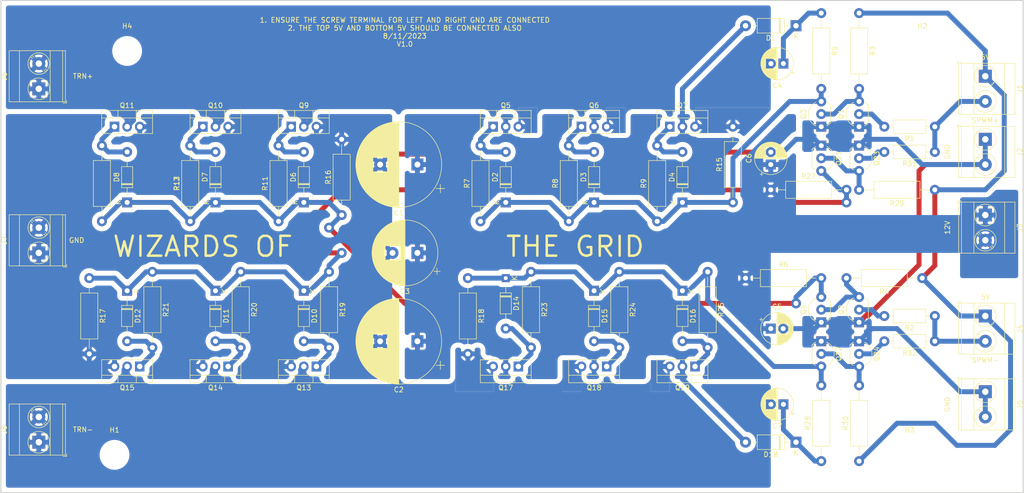
<source format=kicad_pcb>
(kicad_pcb (version 20211014) (generator pcbnew)
  (layers (0 "F.Cu" signal) (31 "B.Cu" signal) (34 "B.Paste" user) (35 "F.Paste" user) (36 "B.SilkS" user "B.Silkscreen") (37 "F.SilkS" user "F.Silkscreen") (38 "B.Mask" user) (39 "F.Mask" user) (44 "Edge.Cuts" user))
  (net 0 "")
  (net 1 "Trn-")
  (net 2 "GND")
  (net 3 "Net-(C4-Pad1)")
  (net 4 "Trn+")
  (net 5 "Net-(C7-Pad1)")
  (net 6 "Net-(D2-Pad1)")
  (net 7 "Net-(D2-Pad2)")
  (net 8 "Net-(D3-Pad2)")
  (net 9 "Net-(D4-Pad2)")
  (net 10 "Net-(D6-Pad1)")
  (net 11 "Net-(D6-Pad2)")
  (net 12 "Net-(D7-Pad2)")
  (net 13 "Net-(D8-Pad2)")
  (net 14 "Net-(D10-Pad1)")
  (net 15 "Net-(D10-Pad2)")
  (net 16 "Net-(D11-Pad2)")
  (net 17 "Net-(D12-Pad2)")
  (net 18 "Net-(D14-Pad1)")
  (net 19 "Net-(D14-Pad2)")
  (net 20 "Net-(D15-Pad2)")
  (net 21 "Net-(D16-Pad2)")
  (net 22 "+5V")
  (net 23 "9")
  (net 24 "11")
  (net 25 "Net-(Q1-Pad2)")
  (net 26 "Net-(Q1-Pad3)")
  (net 27 "Net-(Q2-Pad2)")
  (net 28 "Net-(Q2-Pad3)")
  (net 29 "Net-(Q21-Pad2)")
  (net 30 "Net-(Q22-Pad2)")
  (net 31 "Net-(Q23-Pad2)")
  (net 32 "Net-(Q24-Pad2)")
  (net 33 "+12V")
  (footprint "Diode_THT:D_DO-35_SOD27_P10.16mm_Horizontal" (layer "F.Cu") (at 63.5 55.88 90)
    (fp_text reference "D8")
    (fp_text value "1N4148")
  )
  (footprint "Resistor_THT:R_Axial_DIN0207_L6.3mm_D2.5mm_P10.16mm_Horizontal" (layer "F.Cu") (at 226.06 78.74 180)
    (fp_text reference "R2")
    (fp_text value "200")
  )
  (footprint "Resistor_THT:R_Axial_DIN0309_L9.0mm_D3.2mm_P15.24mm_Horizontal" (layer "F.Cu") (at 152.4 59.69 90)
    (fp_text reference "R8")
    (fp_text value "8")
  )
  (footprint "Resistor_THT:R_Axial_DIN0309_L9.0mm_D3.2mm_P15.24mm_Horizontal" (layer "F.Cu") (at 210.82 107.95 90)
    (fp_text reference "R30")
    (fp_text value "10k")
  )
  (footprint "Package_TO_SOT_THT:TO-92_Inline_Wide" (layer "F.Cu") (at 210.82 44.45 -90)
    (fp_text reference "Q23")
    (fp_text value "2N3904")
  )
  (footprint "Capacitor_THT:CP_Radial_D6.3mm_P2.50mm" (layer "F.Cu") (at 195.58 96.52 180)
    (fp_text reference "C7")
    (fp_text value "100uF")
  )
  (footprint "Diode_THT:D_DO-35_SOD27_P10.16mm_Horizontal" (layer "F.Cu") (at 157.48 55.88 90)
    (fp_text reference "D3")
    (fp_text value "1N4148")
  )
  (footprint "Resistor_THT:R_Axial_DIN0309_L9.0mm_D3.2mm_P15.24mm_Horizontal" (layer "F.Cu") (at 144.78 69.85 -90)
    (fp_text reference "R23")
    (fp_text value "8")
  )
  (footprint "Resistor_THT:R_Axial_DIN0309_L9.0mm_D3.2mm_P15.24mm_Horizontal" (layer "F.Cu") (at 185.42 55.88 90)
    (fp_text reference "R15")
    (fp_text value "10k")
  )
  (footprint "TerminalBlock_Phoenix:TerminalBlock_Phoenix_MKDS-3-2-5.08_1x02_P5.08mm_Horizontal" (layer "F.Cu") (at 236.22 78.74 -90)
    (fp_text reference "J4")
    (fp_text value "Screw_Terminal_01x02")
  )
  (footprint "Package_TO_SOT_THT:TO-220-3_Vertical" (layer "F.Cu") (at 172.72 40.64)
    (fp_text reference "Q7")
    (fp_text value "IRF3205")
  )
  (footprint "Package_TO_SOT_THT:TO-220-3_Vertical" (layer "F.Cu") (at 137.16 40.64)
    (fp_text reference "Q5")
    (fp_text value "IRF3205")
  )
  (footprint "Diode_THT:D_DO-35_SOD27_P10.16mm_Horizontal" (layer "F.Cu") (at 81.28 73.66 -90)
    (fp_text reference "D11")
    (fp_text value "1N4148")
  )
  (footprint "Package_TO_SOT_THT:TO-92_Inline_Wide" (layer "F.Cu") (at 210.82 80.01 90)
    (fp_text reference "Q2")
    (fp_text value "2N3904")
  )
  (footprint "MountingHole:MountingHole_4mm" (layer "F.Cu") (at 63.5 25.4)
    (fp_text reference "H4")
    (fp_text value "MountingHole")
  )
  (footprint "Resistor_THT:R_Axial_DIN0309_L9.0mm_D3.2mm_P15.24mm_Horizontal" (layer "F.Cu") (at 134.62 59.69 90)
    (fp_text reference "R7")
    (fp_text value "8")
  )
  (footprint "Capacitor_THT:CP_Radial_D6.3mm_P2.50mm" (layer "F.Cu") (at 193.04 81.28)
    (fp_text reference "C5")
    (fp_text value "100uF")
  )
  (footprint "Resistor_THT:R_Axial_DIN0309_L9.0mm_D3.2mm_P15.24mm_Horizontal" (layer "F.Cu") (at 210.82 17.78 -90)
    (fp_text reference "R3")
    (fp_text value "10k")
  )
  (footprint "Resistor_THT:R_Axial_DIN0309_L9.0mm_D3.2mm_P15.24mm_Horizontal" (layer "F.Cu") (at 58.42 59.69 90)
    (fp_text reference "R13")
    (fp_text value "8")
  )
  (footprint "Resistor_THT:R_Axial_DIN0309_L9.0mm_D3.2mm_P15.24mm_Horizontal" (layer "F.Cu") (at 76.2 59.69 90)
    (fp_text reference "R12")
    (fp_text value "8")
  )
  (footprint "Package_TO_SOT_THT:TO-220-3_Vertical" (layer "F.Cu") (at 96.52 40.64)
    (fp_text reference "Q9")
    (fp_text value "IRF3205")
  )
  (footprint "TerminalBlock_Phoenix:TerminalBlock_Phoenix_MKDS-3-2-5.08_1x02_P5.08mm_Horizontal" (layer "F.Cu") (at 45.72 66.04 90)
    (fp_text reference "J7")
    (fp_text value "Screw_Terminal_01x02")
  )
  (footprint "Resistor_THT:R_Axial_DIN0309_L9.0mm_D3.2mm_P15.24mm_Horizontal" (layer "F.Cu") (at 106.68 58.42 90)
    (fp_text reference "R16")
    (fp_text value "10k")
  )
  (footprint "Resistor_THT:R_Axial_DIN0309_L9.0mm_D3.2mm_P15.24mm_Horizontal" (layer "F.Cu") (at 226.06 53.34 180)
    (fp_text reference "R29")
    (fp_text value "10k")
  )
  (footprint "Diode_THT:D_DO-35_SOD27_P10.16mm_Horizontal" (layer "F.Cu") (at 81.28 55.88 90)
    (fp_text reference "D7")
    (fp_text value "1N4148")
  )
  (footprint "Resistor_THT:R_Axial_DIN0309_L9.0mm_D3.2mm_P15.24mm_Horizontal" (layer "F.Cu") (at 86.36 69.85 -90)
    (fp_text reference "R20")
    (fp_text value "8")
  )
  (footprint "TerminalBlock_Phoenix:TerminalBlock_Phoenix_MKDS-3-2-5.08_1x02_P5.08mm_Horizontal" (layer "F.Cu") (at 236.22 43.18 -90)
    (fp_text reference "J2")
    (fp_text value "Screw_Terminal_01x02")
  )
  (footprint "Resistor_THT:R_Axial_DIN0309_L9.0mm_D3.2mm_P15.24mm_Horizontal" (layer "F.Cu") (at 93.98 59.69 90)
    (fp_text reference "R11")
    (fp_text value "8")
  )
  (footprint "Resistor_THT:R_Axial_DIN0207_L6.3mm_D2.5mm_P10.16mm_Horizontal" (layer "F.Cu") (at 226.06 40.64 180)
    (fp_text reference "R1")
    (fp_text value "200")
  )
  (footprint "Capacitor_THT:CP_Radial_D6.3mm_P2.50mm" (layer "F.Cu") (at 195.58 27.94 180)
    (fp_text reference "C4")
    (fp_text value "100uF")
  )
  (footprint "Package_TO_SOT_THT:TO-92_Inline_Wide" (layer "F.Cu") (at 203.2 40.64 90)
    (fp_text reference "Q3")
    (fp_text value "2N3904")
  )
  (footprint "Package_TO_SOT_THT:TO-220-3_Vertical" (layer "F.Cu") (at 142.24 88.9 180)
    (fp_text reference "Q17")
    (fp_text value "IRF3205")
  )
  (footprint "Diode_THT:D_DO-35_SOD27_P10.16mm_Horizontal" (layer "F.Cu") (at 175.26 55.88 90)
    (fp_text reference "D4")
    (fp_text value "1N4148")
  )
  (footprint "Package_TO_SOT_THT:TO-220-3_Vertical" (layer "F.Cu") (at 154.94 40.64)
    (fp_text reference "Q6")
    (fp_text value "IRF3205")
  )
  (footprint "Package_TO_SOT_THT:TO-220-3_Vertical" (layer "F.Cu") (at 83.82 88.9 180)
    (fp_text reference "Q14")
    (fp_text value "IRF3205")
  )
  (footprint "TerminalBlock_Phoenix:TerminalBlock_Phoenix_MKDS-3-2-5.08_1x02_P5.08mm_Horizontal" (layer "F.Cu") (at 236.22 30.48 -90)
    (fp_text reference "J1")
    (fp_text value "Screw_Terminal_01x02")
  )
  (footprint "Resistor_THT:R_Axial_DIN0207_L6.3mm_D2.5mm_P10.16mm_Horizontal" (layer "F.Cu") (at 226.06 83.82 180)
    (fp_text reference "R32")
    (fp_text value "200")
  )
  (footprint "Capacitor_THT:CP_Radial_D13.0mm_P5.00mm" (layer "F.Cu") (at 121.92 66.04 180)
    (fp_text reference "C3")
    (fp_text value "1000uF")
  )
  (footprint "Diode_THT:D_DO-35_SOD27_P10.16mm_Horizontal" (layer "F.Cu") (at 63.5 73.66 -90)
    (fp_text reference "D12")
    (fp_text value "1N4148")
  )
  (footprint "Diode_THT:D_DO-35_SOD27_P10.16mm_Horizontal" (layer "F.Cu") (at 139.7 71.12 -90)
    (fp_text reference "D14")
    (fp_text value "1N4148")
  )
  (footprint "Package_TO_SOT_THT:TO-220-3_Vertical" (layer "F.Cu") (at 78.74 40.64)
    (fp_text reference "Q10")
    (fp_text value "IRF3205")
  )
  (footprint "Package_TO_SOT_THT:TO-92_Inline_Wide" (layer "F.Cu") (at 210.82 40.64 90)
    (fp_text reference "Q1")
    (fp_text value "2N3904")
  )
  (footprint "Package_TO_SOT_THT:TO-92_Inline_Wide" (layer "F.Cu") (at 203.2 83.82 -90)
    (fp_text reference "Q22")
    (fp_text value "2N3904")
  )
  (footprint "Package_TO_SOT_THT:TO-220-3_Vertical" (layer "F.Cu") (at 177.8 88.9 180)
    (fp_text reference "Q19")
    (fp_text value "IRF3205")
  )
  (footprint "Package_TO_SOT_THT:TO-220-3_Vertical" (layer "F.Cu") (at 101.6 88.9 180)
    (fp_text reference "Q13")
    (fp_text value "IRF3205")
  )
  (footprint "Diode_THT:D_DO-41_SOD81_P10.16mm_Horizontal" (layer "F.Cu") (at 198.12 104.14 180)
    (fp_text reference "D18")
    (fp_text value "1N4007")
  )
  (footprint "TerminalBlock_Phoenix:TerminalBlock_Phoenix_MKDS-3-2-5.08_1x02_P5.08mm_Horizontal" (layer "F.Cu") (at 236.22 58.42 -90)
    (fp_text reference "J3")
    (fp_text value "Screw_Terminal_01x02")
  )
  (footprint "Package_TO_SOT_THT:TO-92_Inline_Wide" (layer "F.Cu") (at 203.2 44.45 -90)
    (fp_text reference "Q21")
    (fp_text value "2N3904")
  )
  (footprint "Package_TO_SOT_THT:TO-220-3_Vertical" (layer "F.Cu") (at 66.04 88.9 180)
    (fp_text reference "Q15")
    (fp_text value "IRF3205")
  )
  (footprint "Package_TO_SOT_THT:TO-92_Inline_Wide" (layer "F.Cu") (at 210.82 83.82 -90)
    (fp_text reference "Q24")
    (fp_text value "2N3904")
  )
  (footprint "Resistor_THT:R_Axial_DIN0309_L9.0mm_D3.2mm_P15.24mm_Horizontal" (layer "F.Cu") (at 68.58 69.85 -90)
    (fp_text reference "R21")
    (fp_text value "8")
  )
  (footprint "Resistor_THT:R_Axial_DIN0309_L9.0mm_D3.2mm_P15.24mm_Horizontal" (layer "F.Cu") (at 193.04 53.34)
    (fp_text reference "R27")
    (fp_text value "10k")
  )
  (footprint "Package_TO_SOT_THT:TO-220-3_Vertical" (layer "F.Cu") (at 160.02 88.9 180)
    (fp_text reference "Q18")
    (fp_text value "IRF3205")
  )
  (footprint "Diode_THT:D_DO-35_SOD27_P10.16mm_Horizontal" (layer "F.Cu") (at 139.7 55.88 90)
    (fp_text reference "D2")
    (fp_text value "1N4148")
  )
  (footprint "Capacitor_THT:CP_Radial_D6.3mm_P2.50mm" (layer "F.Cu") (at 193.04 48.26 90)
    (fp_text reference "C6")
    (fp_text value "100uF")
  )
  (footprint "Resistor_THT:R_Axial_DIN0309_L9.0mm_D3.2mm_P15.24mm_Horizontal" (layer "F.Cu") (at 132.08 71.12 -90)
    (fp_text reference "R18")
    (fp_text value "10k")
  )
  (footprint "Resistor_THT:R_Axial_DIN0309_L9.0mm_D3.2mm_P15.24mm_Horizontal" (layer "F.Cu") (at 170.18 59.69 90)
    (fp_text reference "R9")
    (fp_text value "8")
  )
  (footprint "Diode_THT:D_DO-35_SOD27_P10.16mm_Horizontal" (layer "F.Cu") (at 157.48 73.66 -90)
    (fp_text reference "D15")
    (fp_text value "1N4148")
  )
  (footprint "TerminalBlock_Phoenix:TerminalBlock_Phoenix_MKDS-3-2-5.08_1x02_P5.08mm_Horizontal" (layer "F.Cu") (at 45.72 104.14 90)
    (fp_text reference "J8")
    (fp_text value "Screw_Terminal_01x02")
  )
  (footprint "TerminalBlock_Phoenix:TerminalBlock_Phoenix_MKDS-3-2-5.08_1x02_P5.08mm_Horizontal" (layer "F.Cu") (at 236.22 93.98 -90)
    (fp_text reference "J5")
    (fp_text value "Screw_Terminal_01x02")
  )
  (footprint "MountingHole:MountingHole_4mm" (layer "F.Cu") (at 60.96 106.68)
    (fp_text reference "H1")
    (fp_text value "MountingHole")
  )
  (footprint "Resistor_THT:R_Axial_DIN0309_L9.0mm_D3.2mm_P15.24mm_Horizontal" (layer "F.Cu") (at 223.52 71.12 180)
    (fp_text reference "R4")
    (fp_text value "10k")
  )
  (footprint "Diode_THT:D_DO-35_SOD27_P10.16mm_Horizontal" (layer "F.Cu") (at 175.26 73.66 -90)
    (fp_text reference "D16")
    (fp_text value "1N4148")
  )
  (footprint "Resistor_THT:R_Axial_DIN0309_L9.0mm_D3.2mm_P15.24mm_Horizontal" (layer "F.Cu") (at 55.88 71.12 -90)
    (fp_text reference "R17")
    (fp_text value "10k")
  )
  (footprint "Capacitor_THT:CP_Radial_D17.0mm_P7.50mm" (layer "F.Cu") (at 121.92 48.26 180)
    (fp_text reference "C1")
    (fp_text value "2200uF")
  )
  (footprint "MountingHole:MountingHole_4mm" (layer "F.Cu") (at 223.52 25.4)
    (fp_text reference "H2")
    (fp_text value "MountingHole")
  )
  (footprint "Package_TO_SOT_THT:TO-220-3_Vertical" (layer "F.Cu") (at 60.96 40.64)
    (fp_text reference "Q11")
    (fp_text value "IRF3205")
  )
  (footprint "Diode_THT:D_DO-41_SOD81_P10.16mm_Horizontal" (layer "F.Cu") (at 198.12 20.32 180)
    (fp_text reference "D1")
    (fp_text value "1N4007")
  )
  (footprint "Resistor_THT:R_Axial_DIN0309_L9.0mm_D3.2mm_P15.24mm_Horizontal" (layer "F.Cu") (at 203.2 17.78 -90)
    (fp_text reference "R5")
    (fp_text value "10k")
  )
  (footprint "Resistor_THT:R_Axial_DIN0207_L6.3mm_D2.5mm_P10.16mm_Horizontal" (layer "F.Cu") (at 226.06 45.72 180)
    (fp_text reference "R31")
    (fp_text value "200")
  )
  (footprint "Diode_THT:D_DO-35_SOD27_P10.16mm_Horizontal" (layer "F.Cu") (at 99.06 73.66 -90)
    (fp_text reference "D10")
    (fp_text value "1N4148")
  )
  (footprint "TerminalBlock_Phoenix:TerminalBlock_Phoenix_MKDS-3-2-5.08_1x02_P5.08mm_Horizontal" (layer "F.Cu") (at 45.72 33.02 90)
    (fp_text reference "J6")
    (fp_text value "Screw_Terminal_01x02")
  )
  (footprint "Resistor_THT:R_Axial_DIN0309_L9.0mm_D3.2mm_P15.24mm_Horizontal" (layer "F.Cu") (at 203.2 107.95 90)
    (fp_text reference "R28")
    (fp_text value "10k")
  )
  (footprint "Resistor_THT:R_Axial_DIN0309_L9.0mm_D3.2mm_P15.24mm_Horizontal" (layer "F.Cu") (at 162.56 69.85 -90)
    (fp_text reference "R24")
    (fp_text value "8")
  )
  (footprint "Package_TO_SOT_THT:TO-92_Inline_Wide" (layer "F.Cu") (at 203.2 80.01 90)
    (fp_text reference "Q4")
    (fp_text value "2N3904")
  )
  (footprint "MountingHole:MountingHole_4mm" (layer "F.Cu") (at 220.98 106.68)
    (fp_text reference "H3")
    (fp_text value "MountingHole")
  )
  (footprint "Resistor_THT:R_Axial_DIN0309_L9.0mm_D3.2mm_P15.24mm_Horizontal" (layer "F.Cu") (at 104.14 69.85 -90)
    (fp_text reference "R19")
    (fp_text value "8")
  )
  (footprint "Resistor_THT:R_Axial_DIN0309_L9.0mm_D3.2mm_P15.24mm_Horizontal" (layer "F.Cu") (at 180.34 69.85 -90)
    (fp_text reference "R25")
    (fp_text value "8")
  )
  (footprint "Resistor_THT:R_Axial_DIN0309_L9.0mm_D3.2mm_P15.24mm_Horizontal" (layer "F.Cu") (at 187.96 71.12)
    (fp_text reference "R6")
    (fp_text value "10k")
  )
  (footprint "Diode_THT:D_DO-35_SOD27_P10.16mm_Horizontal" (layer "F.Cu") (at 99.06 55.88 90)
    (fp_text reference "D6")
    (fp_text value "1N4148")
  )
  (footprint "Capacitor_THT:CP_Radial_D17.0mm_P7.50mm" (layer "F.Cu") (at 121.92 83.82 180)
    (fp_text reference "C2")
    (fp_text value "2200uF")
  )
  (gr_line (start 38.1 114.3) (end 243.84 114.3) (layer "Edge.Cuts") (width 0.2))
  (gr_line (start 243.84 114.3) (end 243.84 15.24) (layer "Edge.Cuts") (width 0.2))
  (gr_line (start 243.84 15.24) (end 38.1 15.24) (layer "Edge.Cuts") (width 0.2))
  (gr_line (start 38.1 15.24) (end 38.1 114.3) (layer "Edge.Cuts") (width 0.2))
  (gr_text "WIZARDS OF" (at 78.74 64.77) (layer "F.SilkS") (effects (font (size 4 4) (thickness 0.5))))
  (gr_text "12V" (at 228.6 60.96 90) (layer "F.SilkS") (effects (font (size 1 1))))
  (gr_text "5V" (at 236.22 74.93) (layer "F.SilkS") (effects (font (size 1 1))))
  (gr_text "TRN-" (at 54.61 101.6) (layer "F.SilkS") (effects (font (size 1 1))))
  (gr_text "GND" (at 53.34 63.5) (layer "F.SilkS") (effects (font (size 1 1))))
  (gr_text "TRN+" (at 54.61 30.48) (layer "F.SilkS") (effects (font (size 1 1))))
  (gr_text "SPWM+" (at 236.22 39.37) (layer "F.SilkS") (effects (font (size 1 1))))
  (gr_text "GND" (at 228.6 45.72 90) (layer "F.SilkS") (effects (font (size 1 1))))
  (gr_text "5V" (at 236.22 26.67) (layer "F.SilkS") (effects (font (size 1 1))))
  (gr_text "1. ENSURE THE SCREW TERMINAL FOR LEFT AND RIGHT GND ARE CONNECTED\n2. THE TOP 5V AND BOTTOM 5V SHOULD BE CONNECTED ALSO\n8/11/2023\nV1.0\n" (at 119.38 21.59) (layer "F.SilkS") (effects (font (size 1 1))))
  (gr_text "SPWM-" (at 236.22 87.63) (layer "F.SilkS") (effects (font (size 1 1))))
  (gr_text "GND" (at 228.6 96.52 90) (layer "F.SilkS") (effects (font (size 1 1))))
  (gr_text "THE GRID" (at 153.67 64.77) (layer "F.SilkS") (effects (font (size 4 4) (thickness 0.5))))
  (segment (start 62.865 90.805) (end 60.96 92.71) (width 1) (layer "B.Cu") (net 1))
  (segment (start 80.645 90.805) (end 78.74 92.71) (width 1) (layer "B.Cu") (net 1))
  (segment (start 62.865 89.535) (end 62.865 90.805) (width 1) (layer "B.Cu") (net 1))
  (segment (start 63.5 96.52) (end 63.5 88.9) (width 1) (layer "B.Cu") (net 1))
  (segment (start 63.5 88.9) (end 62.865 89.535) (width 1) (layer "B.Cu") (net 1))
  (segment (start 81.28 88.9) (end 81.28 93.98) (width 1) (layer "B.Cu") (net 1))
  (segment (start 98.425 89.535) (end 98.425 90.805) (width 1) (layer "B.Cu") (net 1))
  (segment (start 98.425 90.805) (end 96.52 92.71) (width 1) (layer "B.Cu") (net 1))
  (segment (start 81.28 88.9) (end 80.645 89.535) (width 1) (layer "B.Cu") (net 1))
  (segment (start 99.06 88.9) (end 99.06 93.98) (width 1) (layer "B.Cu") (net 1))
  (segment (start 80.645 89.535) (end 80.645 90.805) (width 1) (layer "B.Cu") (net 1))
  (segment (start 99.06 88.9) (end 98.425 89.535) (width 1) (layer "B.Cu") (net 1))
  (segment (start 126.119022 48.26) (end 124.019511 46.160489) (width 1) (layer "F.Cu") (net 2))
  (segment (start 212.57 78.74) (end 212.965 78.345) (width 1) (layer "F.Cu") (net 2))
  (segment (start 210.82 80.01) (end 212.485 78.345) (width 1) (layer "F.Cu") (net 2))
  (segment (start 180.3 45.76) (end 177.8 48.26) (width 1) (layer "F.Cu") (net 2))
  (segment (start 212.965 78.345) (end 222.885 68.425) (width 1) (layer "F.Cu") (net 2))
  (segment (start 222.885 68.425) (end 222.885 49.53) (width 1) (layer "F.Cu") (net 2))
  (segment (start 224.155 48.26) (end 236.22 48.26) (width 1) (layer "F.Cu") (net 2))
  (segment (start 124.019511 46.160489) (end 116.519511 46.160489) (width 1) (layer "F.Cu") (net 2))
  (segment (start 116.519511 46.160489) (end 114.42 48.26) (width 1) (layer "F.Cu") (net 2))
  (segment (start 193.04 45.76) (end 180.3 45.76) (width 1) (layer "F.Cu") (net 2))
  (segment (start 222.885 49.53) (end 224.155 48.26) (width 1) (layer "F.Cu") (net 2))
  (segment (start 177.8 48.26) (end 126.119022 48.26) (width 1) (layer "F.Cu") (net 2))
  (segment (start 212.485 78.345) (end 212.965 78.345) (width 1) (layer "F.Cu") (net 2))
  (segment (start 195.54 45.76) (end 198.12 43.18) (width 1) (layer "B.Cu") (net 2))
  (segment (start 236.22 93.98) (end 231.14 93.98) (width 1) (layer "B.Cu") (net 2))
  (segment (start 218.44 43.18) (end 212.09 43.18) (width 1) (layer "B.Cu") (net 2))
  (segment (start 236.22 43.18) (end 236.22 48.26) (width 1) (layer "B.Cu") (net 2))
  (segment (start 198.12 43.18) (end 201.93 43.18) (width 1) (layer "B.Cu") (net 2))
  (segment (start 218.44 81.28) (end 213.36 81.28) (width 1) (layer "B.Cu") (net 2))
  (segment (start 195.54 81.28) (end 201.93 81.28) (width 1) (layer "B.Cu") (net 2))
  (segment (start 231.14 93.98) (end 218.44 81.28) (width 1) (layer "B.Cu") (net 2))
  (segment (start 193.04 45.76) (end 195.54 45.76) (width 1) (layer "B.Cu") (net 2))
  (segment (start 223.52 48.26) (end 218.44 43.18) (width 1) (layer "B.Cu") (net 2))
  (segment (start 236.22 99.06) (end 236.22 93.98) (width 1) (layer "B.Cu") (net 2))
  (segment (start 201.93 43.18) (end 203.2 44.45) (width 1) (layer "B.Cu") (net 2))
  (segment (start 201.93 81.28) (end 203.2 80.01) (width 1) (layer "B.Cu") (net 2))
  (segment (start 236.22 48.26) (end 223.52 48.26) (width 1) (layer "B.Cu") (net 2))
  (segment (start 212.09 43.18) (end 210.82 44.45) (width 1) (layer "B.Cu") (net 2))
  (segment (start 213.36 81.28) (end 210.82 83.82) (width 1) (layer "B.Cu") (net 2))
  (segment (start 203.2 17.78) (end 200.66 17.78) (width 1) (layer "B.Cu") (net 3))
  (segment (start 195.58 27.94) (end 195.58 22.86) (width 1) (layer "B.Cu") (net 3))
  (segment (start 195.58 22.86) (end 198.12 20.32) (width 1) (layer "B.Cu") (net 3))
  (segment (start 200.66 17.78) (end 198.12 20.32) (width 1) (layer "B.Cu") (net 3))
  (segment (start 63.5 40.64) (end 63.5 35.56) (width 1) (layer "B.Cu") (net 4))
  (segment (start 99.06 40.64) (end 100.33 39.37) (width 1) (layer "B.Cu") (net 4))
  (segment (start 99.06 40.64) (end 99.06 35.56) (width 1) (layer "B.Cu") (net 4))
  (segment (start 100.33 39.37) (end 100.33 35.56) (width 1) (layer "B.Cu") (net 4))
  (segment (start 81.28 40.64) (end 82.55 39.37) (width 1) (layer "B.Cu") (net 4))
  (segment (start 81.28 40.64) (end 81.28 35.56) (width 1) (layer "B.Cu") (net 4))
  (segment (start 64.77 39.37) (end 64.77 36.83) (width 1) (layer "B.Cu") (net 4))
  (segment (start 63.5 40.64) (end 64.77 39.37) (width 1) (layer "B.Cu") (net 4))
  (segment (start 82.55 39.37) (end 82.55 36.83) (width 1) (layer "B.Cu") (net 4))
  (segment (start 195.58 101.6) (end 198.12 104.14) (width 1) (layer "B.Cu") (net 5))
  (segment (start 203.2 107.95) (end 201.93 107.95) (width 1) (layer "B.Cu") (net 5))
  (segment (start 201.93 107.95) (end 198.12 104.14) (width 1) (layer "B.Cu") (net 5))
  (segment (start 195.58 96.52) (end 195.58 101.6) (width 1) (layer "B.Cu") (net 5))
  (segment (start 185.42 46.99) (end 196.85 35.56) (width 1) (layer "B.Cu") (net 6))
  (segment (start 157.48 55.88) (end 166.37 55.88) (width 1) (layer "B.Cu") (net 6))
  (segment (start 138.43 55.88) (end 134.62 59.69) (width 1) (layer "B.Cu") (net 6))
  (segment (start 139.7 55.88) (end 138.43 55.88) (width 1) (layer "B.Cu") (net 6))
  (segment (start 171.45 59.69) (end 175.26 55.88) (width 1) (layer "B.Cu") (net 6))
  (segment (start 139.7 55.88) (end 148.59 55.88) (width 1) (layer "B.Cu") (net 6))
  (segment (start 203.2 35.56) (end 203.2 33.02) (width 1) (layer "B.Cu") (net 6))
  (segment (start 148.59 55.88) (end 152.4 59.69) (width 1) (layer "B.Cu") (net 6))
  (segment (start 170.18 59.69) (end 171.45 59.69) (width 1) (layer "B.Cu") (net 6))
  (segment (start 156.21 55.88) (end 152.4 59.69) (width 1) (layer "B.Cu") (net 6))
  (segment (start 196.85 35.56) (end 203.2 35.56) (width 1) (layer "B.Cu") (net 6))
  (segment (start 166.37 55.88) (end 170.18 59.69) (width 1) (layer "B.Cu") (net 6))
  (segment (start 175.26 55.88) (end 185.42 55.88) (width 1) (layer "B.Cu") (net 6))
  (segment (start 157.48 55.88) (end 156.21 55.88) (width 1) (layer "B.Cu") (net 6))
  (segment (start 185.42 55.88) (end 185.42 46.99) (width 1) (layer "B.Cu") (net 6))
  (segment (start 134.62 43.18) (end 137.16 40.64) (width 1) (layer "B.Cu") (net 7))
  (segment (start 139.7 45.72) (end 135.89 45.72) (width 1) (layer "B.Cu") (net 7))
  (segment (start 134.62 44.45) (end 134.62 43.18) (width 1) (layer "B.Cu") (net 7))
  (segment (start 135.89 45.72) (end 134.62 44.45) (width 1) (layer "B.Cu") (net 7))
  (segment (start 157.48 45.72) (end 153.67 45.72) (width 1) (layer "B.Cu") (net 8))
  (segment (start 152.4 43.18) (end 154.94 40.64) (width 1) (layer "B.Cu") (net 8))
  (segment (start 152.4 44.45) (end 152.4 43.18) (width 1) (layer "B.Cu") (net 8))
  (segment (start 153.67 45.72) (end 152.4 44.45) (width 1) (layer "B.Cu") (net 8))
  (segment (start 170.18 44.45) (end 170.18 43.18) (width 1) (layer "B.Cu") (net 9))
  (segment (start 171.45 45.72) (end 170.18 44.45) (width 1) (layer "B.Cu") (net 9))
  (segment (start 175.26 45.72) (end 171.45 45.72) (width 1) (layer "B.Cu") (net 9))
  (segment (start 170.18 43.18) (end 172.72 40.64) (width 1) (layer "B.Cu") (net 9))
  (segment (start 119.38 76.2) (end 104.14 60.96) (width 1) (layer "F.Cu") (net 10))
  (segment (start 198.12 76.2) (end 119.38 76.2) (width 1) (layer "F.Cu") (net 10))
  (via (at 198.12 76.2) (size 2) (drill 1) (layers "F.Cu" "B.Cu") (net 10))
  (via (at 104.14 60.96) (size 2) (drill 1) (layers "F.Cu" "B.Cu") (net 10))
  (segment (start 198.12 74.93) (end 198.12 76.2) (width 1) (layer "B.Cu") (net 10))
  (segment (start 90.17 55.88) (end 93.98 59.69) (width 1) (layer "B.Cu") (net 10))
  (segment (start 81.28 55.88) (end 90.17 55.88) (width 1) (layer "B.Cu") (net 10))
  (segment (start 62.23 55.88) (end 58.42 59.69) (width 1) (layer "B.Cu") (net 10))
  (segment (start 80.01 55.88) (end 76.2 59.69) (width 1) (layer "B.Cu") (net 10))
  (segment (start 63.5 55.88) (end 62.23 55.88) (width 1) (layer "B.Cu") (net 10))
  (segment (start 63.5 55.88) (end 72.39 55.88) (width 1) (layer "B.Cu") (net 10))
  (segment (start 203.2 71.12) (end 201.93 71.12) (width 1) (layer "B.Cu") (net 10))
  (segment (start 81.28 55.88) (end 80.01 55.88) (width 1) (layer "B.Cu") (net 10))
  (segment (start 72.39 55.88) (end 76.2 59.69) (width 1) (layer "B.Cu") (net 10))
  (segment (start 99.06 55.88) (end 104.14 55.88) (width 1) (layer "B.Cu") (net 10))
  (segment (start 201.93 71.12) (end 198.12 74.93) (width 1) (layer "B.Cu") (net 10))
  (segment (start 97.79 55.88) (end 93.98 59.69) (width 1) (layer "B.Cu") (net 10))
  (segment (start 203.2 74.93) (end 203.2 71.12) (width 1) (layer "B.Cu") (net 10))
  (segment (start 104.14 55.88) (end 106.68 58.42) (width 1) (layer "B.Cu") (net 10))
  (segment (start 106.68 58.42) (end 104.14 60.96) (width 1) (layer "B.Cu") (net 10))
  (segment (start 99.06 55.88) (end 97.79 55.88) (width 1) (layer "B.Cu") (net 10))
  (segment (start 93.98 43.18) (end 96.52 40.64) (width 1) (layer "B.Cu") (net 11))
  (segment (start 99.06 45.72) (end 95.25 45.72) (width 1) (layer "B.Cu") (net 11))
  (segment (start 95.25 45.72) (end 93.98 44.45) (width 1) (layer "B.Cu") (net 11))
  (segment (start 93.98 44.45) (end 93.98 43.18) (width 1) (layer "B.Cu") (net 11))
  (segment (start 76.2 43.18) (end 78.74 40.64) (width 1) (layer "B.Cu") (net 12))
  (segment (start 76.2 44.45) (end 76.2 43.18) (width 1) (layer "B.Cu") (net 12))
  (segment (start 77.47 45.72) (end 76.2 44.45) (width 1) (layer "B.Cu") (net 12))
  (segment (start 81.28 45.72) (end 77.47 45.72) (width 1) (layer "B.Cu") (net 12))
  (segment (start 59.69 45.72) (end 58.42 44.45) (width 1) (layer "B.Cu") (net 13))
  (segment (start 63.5 45.72) (end 59.69 45.72) (width 1) (layer "B.Cu") (net 13))
  (segment (start 58.42 43.18) (end 60.96 40.64) (width 1) (layer "B.Cu") (net 13))
  (segment (start 58.42 44.45) (end 58.42 43.18) (width 1) (layer "B.Cu") (net 13))
  (segment (start 104.14 66.04) (end 106.68 66.04) (width 1) (layer "F.Cu") (net 14))
  (segment (start 99.06 60.96) (end 104.14 66.04) (width 1) (layer "F.Cu") (net 14))
  (segment (start 187.96 53.34) (end 106.68 53.34) (width 1) (layer "F.Cu") (net 14))
  (segment (start 190.5 55.88) (end 187.96 53.34) (width 1) (layer "F.Cu") (net 14))
  (segment (start 106.68 53.34) (end 99.06 60.96) (width 1) (layer "F.Cu") (net 14))
  (segment (start 208.28 55.88) (end 190.5 55.88) (width 1) (layer "F.Cu") (net 14))
  (via (at 208.28 55.88) (size 2) (drill 1) (layers "F.Cu" "B.Cu") (net 14))
  (via (at 106.68 66.04) (size 2) (drill 1) (layers "F.Cu" "B.Cu") (net 14))
  (segment (start 77.47 69.85) (end 81.28 73.66) (width 1) (layer "B.Cu") (net 14))
  (segment (start 104.14 69.85) (end 104.14 68.58) (width 1) (layer "B.Cu") (net 14))
  (segment (start 55.88 71.12) (end 60.96 71.12) (width 1) (layer "B.Cu") (net 14))
  (segment (start 100.33 73.66) (end 104.14 69.85) (width 1) (layer "B.Cu") (net 14))
  (segment (start 208.28 53.34) (end 208.28 55.88) (width 1) (layer "B.Cu") (net 14))
  (segment (start 67.31 69.85) (end 63.5 73.66) (width 1) (layer "B.Cu") (net 14))
  (segment (start 99.06 73.66) (end 100.33 73.66) (width 1) (layer "B.Cu") (net 14))
  (segment (start 68.58 69.85) (end 67.31 69.85) (width 1) (layer "B.Cu") (net 14))
  (segment (start 207.01 53.34) (end 203.2 49.53) (width 1) (layer "B.Cu") (net 14))
  (segment (start 60.96 71.12) (end 63.5 73.66) (width 1) (layer "B.Cu") (net 14))
  (segment (start 81.28 73.66) (end 82.55 73.66) (width 1) (layer "B.Cu") (net 14))
  (segment (start 95.25 69.85) (end 99.06 73.66) (width 1) (layer "B.Cu") (net 14))
  (segment (start 68.58 69.85) (end 77.47 69.85) (width 1) (layer "B.Cu") (net 14))
  (segment (start 82.55 73.66) (end 86.36 69.85) (width 1) (layer "B.Cu") (net 14))
  (segment (start 104.14 68.58) (end 106.68 66.04) (width 1) (layer "B.Cu") (net 14))
  (segment (start 86.36 69.85) (end 95.25 69.85) (width 1) (layer "B.Cu") (net 14))
  (segment (start 208.28 53.34) (end 207.01 53.34) (width 1) (layer "B.Cu") (net 14))
  (segment (start 104.14 86.36) (end 101.6 88.9) (width 1) (layer "B.Cu") (net 15))
  (segment (start 102.87 83.82) (end 104.14 85.09) (width 1) (layer "B.Cu") (net 15))
  (segment (start 99.06 83.82) (end 102.87 83.82) (width 1) (layer "B.Cu") (net 15))
  (segment (start 104.14 85.09) (end 104.14 86.36) (width 1) (layer "B.Cu") (net 15))
  (segment (start 86.36 86.36) (end 83.82 88.9) (width 1) (layer "B.Cu") (net 16))
  (segment (start 81.28 83.82) (end 85.09 83.82) (width 1) (layer "B.Cu") (net 16))
  (segment (start 85.09 83.82) (end 86.36 85.09) (width 1) (layer "B.Cu") (net 16))
  (segment (start 86.36 85.09) (end 86.36 86.36) (width 1) (layer "B.Cu") (net 16))
  (segment (start 68.58 86.36) (end 66.04 88.9) (width 1) (layer "B.Cu") (net 17))
  (segment (start 67.31 83.82) (end 68.58 85.09) (width 1) (layer "B.Cu") (net 17))
  (segment (start 63.5 83.82) (end 67.31 83.82) (width 1) (layer "B.Cu") (net 17))
  (segment (start 68.58 85.09) (end 68.58 86.36) (width 1) (layer "B.Cu") (net 17))
  (segment (start 139.7 71.12) (end 143.51 71.12) (width 1) (layer "B.Cu") (net 18))
  (segment (start 143.51 71.12) (end 144.78 69.85) (width 1) (layer "B.Cu") (net 18))
  (segment (start 144.78 69.85) (end 153.67 69.85) (width 1) (layer "B.Cu") (net 18))
  (segment (start 153.67 69.85) (end 157.48 73.66) (width 1) (layer "B.Cu") (net 18))
  (segment (start 193.675 88.9) (end 180.34 75.565) (width 1) (layer "B.Cu") (net 18))
  (segment (start 175.26 73.66) (end 176.53 73.66) (width 1) (layer "B.Cu") (net 18))
  (segment (start 180.34 75.565) (end 180.34 69.85) (width 1) (layer "B.Cu") (net 18))
  (segment (start 158.75 73.66) (end 162.56 69.85) (width 1) (layer "B.Cu") (net 18))
  (segment (start 203.2 88.9) (end 203.2 92.71) (width 1) (layer "B.Cu") (net 18))
  (segment (start 203.2 88.9) (end 193.675 88.9) (width 1) (layer "B.Cu") (net 18))
  (segment (start 132.08 71.12) (end 139.7 71.12) (width 1) (layer "B.Cu") (net 18))
  (segment (start 176.53 73.66) (end 180.34 69.85) (width 1) (layer "B.Cu") (net 18))
  (segment (start 171.45 69.85) (end 175.26 73.66) (width 1) (layer "B.Cu") (net 18))
  (segment (start 162.56 69.85) (end 171.45 69.85) (width 1) (layer "B.Cu") (net 18))
  (segment (start 157.48 73.66) (end 158.75 73.66) (width 1) (layer "B.Cu") (net 18))
  (segment (start 139.7 81.28) (end 140.97 81.28) (width 1) (layer "B.Cu") (net 19))
  (segment (start 144.78 86.36) (end 142.24 88.9) (width 1) (layer "B.Cu") (net 19))
  (segment (start 140.97 81.28) (end 144.78 85.09) (width 1) (layer "B.Cu") (net 19))
  (segment (start 144.78 85.09) (end 144.78 86.36) (width 1) (layer "B.Cu") (net 19))
  (segment (start 162.56 85.09) (end 162.56 86.36) (width 1) (layer "B.Cu") (net 20))
  (segment (start 161.29 83.82) (end 162.56 85.09) (width 1) (layer "B.Cu") (net 20))
  (segment (start 157.48 83.82) (end 161.29 83.82) (width 1) (layer "B.Cu") (net 20))
  (segment (start 162.56 86.36) (end 160.02 88.9) (width 1) (layer "B.Cu") (net 20))
  (segment (start 180.34 86.36) (end 177.8 88.9) (width 1) (layer "B.Cu") (net 21))
  (segment (start 175.26 83.82) (end 179.07 83.82) (width 1) (layer "B.Cu") (net 21))
  (segment (start 180.34 85.09) (end 180.34 86.36) (width 1) (layer "B.Cu") (net 21))
  (segment (start 179.07 83.82) (end 180.34 85.09) (width 1) (layer "B.Cu") (net 21))
  (segment (start 226.06 68.58) (end 223.52 71.12) (width 1) (layer "F.Cu") (net 22))
  (segment (start 226.06 53.34) (end 226.06 68.58) (width 1) (layer "F.Cu") (net 22))
  (segment (start 236.22 53.34) (end 226.06 53.34) (width 1) (layer "B.Cu") (net 22))
  (segment (start 230.505 104.775) (end 226.06 100.33) (width 1) (layer "B.Cu") (net 22))
  (segment (start 241.3 83.82) (end 241.3 101.6) (width 1) (layer "B.Cu") (net 22))
  (segment (start 231.14 78.74) (end 223.52 71.12) (width 1) (layer "B.Cu") (net 22))
  (segment (start 236.22 30.48) (end 240.03 34.29) (width 1) (layer "B.Cu") (net 22))
  (segment (start 240.03 34.29) (end 240.03 49.53) (width 1) (layer "B.Cu") (net 22))
  (segment (start 241.3 101.6) (end 238.125 104.775) (width 1) (layer "B.Cu") (net 22))
  (segment (start 226.06 100.33) (end 219.71 100.33) (width 1) (layer "B.Cu") (net 22))
  (segment (start 236.22 78.74) (end 241.3 83.82) (width 1) (layer "B.Cu") (net 22))
  (segment (start 210.82 107.95) (end 218.44 100.33) (width 1) (layer "B.Cu") (net 22))
  (segment (start 236.22 78.74) (end 231.14 78.74) (width 1) (layer "B.Cu") (net 22))
  (segment (start 236.22 30.48) (end 236.22 25.4) (width 1) (layer "B.Cu") (net 22))
  (segment (start 240.03 49.53) (end 236.22 53.34) (width 1) (layer "B.Cu") (net 22))
  (segment (start 236.22 25.4) (end 228.6 17.78) (width 1) (layer "B.Cu") (net 22))
  (segment (start 228.6 17.78) (end 210.82 17.78) (width 1) (layer "B.Cu") (net 22))
  (segment (start 218.44 100.33) (end 219.71 100.33) (width 1) (layer "B.Cu") (net 22))
  (segment (start 238.125 104.775) (end 230.505 104.775) (width 1) (layer "B.Cu") (net 22))
  (segment (start 236.22 35.56) (end 231.14 35.56) (width 1) (layer "B.Cu") (net 23))
  (segment (start 226.06 40.64) (end 226.06 45.72) (width 1) (layer "B.Cu") (net 23))
  (segment (start 231.14 35.56) (end 226.06 40.64) (width 1) (layer "B.Cu") (net 23))
  (segment (start 226.06 83.82) (end 226.06 78.74) (width 1) (layer "B.Cu") (net 24))
  (segment (start 236.22 83.82) (end 226.06 83.82) (width 1) (layer "B.Cu") (net 24))
  (segment (start 213.36 38.1) (end 210.82 38.1) (width 1) (layer "B.Cu") (net 25))
  (segment (start 215.9 40.64) (end 213.36 38.1) (width 1) (layer "B.Cu") (net 25))
  (segment (start 210.82 35.56) (end 208.28 35.56) (width 1) (layer "B.Cu") (net 26))
  (segment (start 210.82 35.56) (end 210.82 33.02) (width 1) (layer "B.Cu") (net 26))
  (segment (start 208.28 35.56) (end 205.74 38.1) (width 1) (layer "B.Cu") (net 26))
  (segment (start 205.74 38.1) (end 203.2 38.1) (width 1) (layer "B.Cu") (net 26))
  (segment (start 215.9 78.74) (end 214.63 78.74) (width 1) (layer "B.Cu") (net 27))
  (segment (start 214.63 78.74) (end 213.36 77.47) (width 1) (layer "B.Cu") (net 27))
  (segment (start 213.36 77.47) (end 210.82 77.47) (width 1) (layer "B.Cu") (net 27))
  (segment (start 208.28 74.93) (end 210.82 74.93) (width 1) (layer "B.Cu") (net 28))
  (segment (start 203.2 77.47) (end 205.74 77.47) (width 1) (layer "B.Cu") (net 28))
  (segment (start 208.28 72.39) (end 210.82 74.93) (width 1) (layer "B.Cu") (net 28))
  (segment (start 208.28 71.12) (end 208.28 72.39) (width 1) (layer "B.Cu") (net 28))
  (segment (start 205.74 77.47) (end 208.28 74.93) (width 1) (layer "B.Cu") (net 28))
  (segment (start 210.82 53.34) (end 210.82 49.53) (width 1) (layer "B.Cu") (net 29))
  (segment (start 210.82 49.53) (end 208.28 49.53) (width 1) (layer "B.Cu") (net 29))
  (segment (start 205.74 46.99) (end 203.2 46.99) (width 1) (layer "B.Cu") (net 29))
  (segment (start 208.28 49.53) (end 205.74 46.99) (width 1) (layer "B.Cu") (net 29))
  (segment (start 205.74 86.36) (end 203.2 86.36) (width 1) (layer "B.Cu") (net 30))
  (segment (start 210.82 88.9) (end 208.28 88.9) (width 1) (layer "B.Cu") (net 30))
  (segment (start 210.82 88.9) (end 210.82 92.71) (width 1) (layer "B.Cu") (net 30))
  (segment (start 208.28 88.9) (end 205.74 86.36) (width 1) (layer "B.Cu") (net 30))
  (segment (start 214.63 45.72) (end 213.36 46.99) (width 1) (layer "B.Cu") (net 31))
  (segment (start 213.36 46.99) (end 210.82 46.99) (width 1) (layer "B.Cu") (net 31))
  (segment (start 215.9 45.72) (end 214.63 45.72) (width 1) (layer "B.Cu") (net 31))
  (segment (start 213.36 86.36) (end 210.82 86.36) (width 1) (layer "B.Cu") (net 32))
  (segment (start 215.9 83.82) (end 213.36 86.36) (width 1) (layer "B.Cu") (net 32))
  (segment (start 175.26 91.44) (end 175.26 88.9) (width 1) (layer "B.Cu") (net 33))
  (segment (start 175.26 33.02) (end 175.26 40.64) (width 1) (layer "B.Cu") (net 33))
  (segment (start 187.96 104.14) (end 175.26 91.44) (width 1) (layer "B.Cu") (net 33))
  (segment (start 187.96 20.32) (end 175.26 33.02) (width 1) (layer "B.Cu") (net 33))
  (zone (net 4) (net_name "Trn+") (layer "B.Cu") (priority 2) (connect_pads (clearance 1)) (min_thickness 1) (fill yes (thermal_gap 0.508) (thermal_bridge_width 1))
    (polygon (pts (xy 146.05 41.91) (xy 142.24 41.91) (xy 142.24 36.83) (xy 146.05 36.83)))
  )
  (zone (net 33) (net_name "+12V") (layer "B.Cu") (priority 1) (connect_pads (clearance 1)) (min_thickness 1) (fill yes (thermal_gap 0.508) (thermal_bridge_width 1))
    (polygon (pts (xy 198.12 58.42) (xy 231.14 58.42) (xy 231.14 53.34) (xy 243.84 53.34) (xy 243.84 71.12) (xy 231.14 71.12) (xy 231.14 66.04) (xy 193.04 66.04) (xy 193.04 91.44) (xy 119.38 91.44) (xy 119.38 38.1) (xy 198.12 38.1)))
  )
  (zone (net 1) (net_name "Trn-") (layer "B.Cu") (connect_pads (clearance 1)) (min_thickness 1) (fill yes (thermal_gap 0.508) (thermal_bridge_width 1))
    (polygon (pts (xy 193.04 114.3) (xy 38.1 114.3) (xy 38.1 86.36) (xy 193.04 86.36)))
  )
  (zone (net 1) (net_name "Trn-") (layer "B.Cu") (priority 2) (connect_pads (clearance 1)) (min_thickness 1) (fill yes (thermal_gap 0.508) (thermal_bridge_width 1))
    (polygon (pts (xy 134.62 87.63) (xy 137.16 87.63) (xy 137.16 93.98) (xy 129.54 93.98) (xy 129.54 85.09) (xy 134.62 85.09)))
  )
  (zone (net 4) (net_name "Trn+") (layer "B.Cu") (connect_pads (clearance 1)) (min_thickness 1) (fill yes (thermal_gap 0.508) (thermal_bridge_width 1))
    (polygon (pts (xy 193.04 43.18) (xy 38.1 43.18) (xy 38.1 15.24) (xy 193.04 15.24)))
  )
  (zone (net 4) (net_name "Trn+") (layer "B.Cu") (priority 2) (connect_pads (clearance 1)) (min_thickness 1) (fill yes (thermal_gap 0.508) (thermal_bridge_width 1))
    (polygon (pts (xy 193.04 41.91) (xy 177.8 41.91) (xy 177.8 36.83) (xy 193.04 36.83)))
  )
  (zone (net 2) (net_name "GND") (layer "B.Cu") (connect_pads (clearance 1)) (min_thickness 1) (fill yes (thermal_gap 0.508) (thermal_bridge_width 1))
    (polygon (pts (xy 213.36 85.09) (xy 199.39 85.09) (xy 199.39 78.74) (xy 213.36 78.74)))
  )
  (zone (net 1) (net_name "Trn-") (layer "B.Cu") (priority 2) (connect_pads (clearance 1)) (min_thickness 1) (fill yes (thermal_gap 0.508) (thermal_bridge_width 1))
    (polygon (pts (xy 154.94 93.98) (xy 151.13 93.98) (xy 151.13 87.63) (xy 154.94 87.63)))
  )
  (zone (net 4) (net_name "Trn+") (layer "B.Cu") (priority 2) (connect_pads (clearance 1)) (min_thickness 1) (fill yes (thermal_gap 0.508) (thermal_bridge_width 1))
    (polygon (pts (xy 163.83 41.91) (xy 160.02 41.91) (xy 160.02 36.83) (xy 163.83 36.83)))
  )
  (zone (net 2) (net_name "GND") (layer "B.Cu") (priority 1) (connect_pads (clearance 1)) (min_thickness 1) (fill yes (thermal_gap 0.508) (thermal_bridge_width 1))
    (polygon (pts (xy 116.84 91.44) (xy 38.1 91.44) (xy 38.1 38.1) (xy 116.84 38.1)))
  )
  (zone (net 1) (net_name "Trn-") (layer "B.Cu") (priority 2) (connect_pads (clearance 1)) (min_thickness 1) (fill yes (thermal_gap 0.508) (thermal_bridge_width 1))
    (polygon (pts (xy 172.72 93.98) (xy 168.91 93.98) (xy 168.91 87.63) (xy 172.72 87.63)))
  )
  (zone (net 2) (net_name "GND") (layer "B.Cu") (connect_pads (clearance 1)) (min_thickness 1) (fill yes (thermal_gap 0.508) (thermal_bridge_width 1))
    (polygon (pts (xy 213.36 45.72) (xy 199.39 45.72) (xy 199.39 39.37) (xy 213.36 39.37)))
  )
)
</source>
